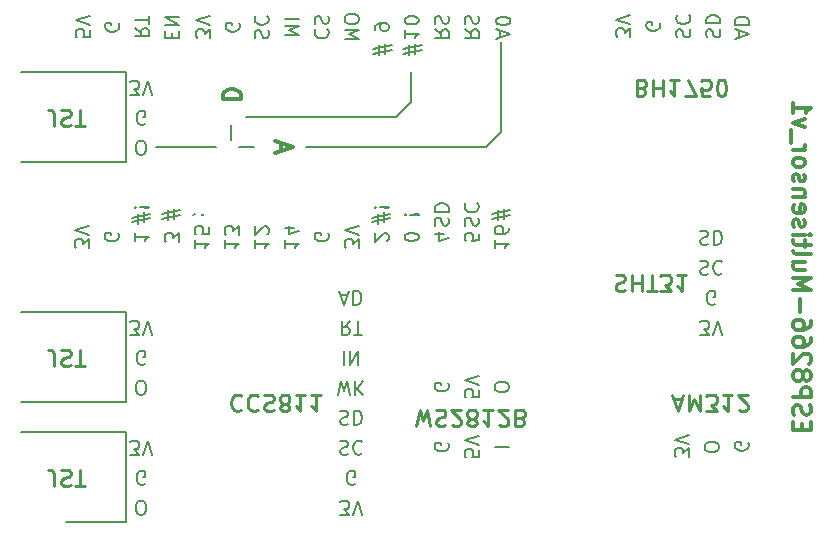
<source format=gbo>
G04 #@! TF.GenerationSoftware,KiCad,Pcbnew,(5.0.0)*
G04 #@! TF.CreationDate,2020-04-22T19:14:28+02:00*
G04 #@! TF.ProjectId,Homesensor,486F6D6573656E736F722E6B69636164,rev?*
G04 #@! TF.SameCoordinates,Original*
G04 #@! TF.FileFunction,Legend,Bot*
G04 #@! TF.FilePolarity,Positive*
%FSLAX46Y46*%
G04 Gerber Fmt 4.6, Leading zero omitted, Abs format (unit mm)*
G04 Created by KiCad (PCBNEW (5.0.0)) date 04/22/20 19:14:28*
%MOMM*%
%LPD*%
G01*
G04 APERTURE LIST*
%ADD10C,0.300000*%
%ADD11C,0.200000*%
%ADD12C,0.250000*%
G04 APERTURE END LIST*
D10*
X139807142Y-90021428D02*
X139807142Y-89521428D01*
X139021428Y-89307142D02*
X139021428Y-90021428D01*
X140521428Y-90021428D01*
X140521428Y-89307142D01*
X139092857Y-88735714D02*
X139021428Y-88521428D01*
X139021428Y-88164285D01*
X139092857Y-88021428D01*
X139164285Y-87950000D01*
X139307142Y-87878571D01*
X139450000Y-87878571D01*
X139592857Y-87950000D01*
X139664285Y-88021428D01*
X139735714Y-88164285D01*
X139807142Y-88450000D01*
X139878571Y-88592857D01*
X139950000Y-88664285D01*
X140092857Y-88735714D01*
X140235714Y-88735714D01*
X140378571Y-88664285D01*
X140450000Y-88592857D01*
X140521428Y-88450000D01*
X140521428Y-88092857D01*
X140450000Y-87878571D01*
X139021428Y-87235714D02*
X140521428Y-87235714D01*
X140521428Y-86664285D01*
X140450000Y-86521428D01*
X140378571Y-86450000D01*
X140235714Y-86378571D01*
X140021428Y-86378571D01*
X139878571Y-86450000D01*
X139807142Y-86521428D01*
X139735714Y-86664285D01*
X139735714Y-87235714D01*
X139878571Y-85521428D02*
X139950000Y-85664285D01*
X140021428Y-85735714D01*
X140164285Y-85807142D01*
X140235714Y-85807142D01*
X140378571Y-85735714D01*
X140450000Y-85664285D01*
X140521428Y-85521428D01*
X140521428Y-85235714D01*
X140450000Y-85092857D01*
X140378571Y-85021428D01*
X140235714Y-84950000D01*
X140164285Y-84950000D01*
X140021428Y-85021428D01*
X139950000Y-85092857D01*
X139878571Y-85235714D01*
X139878571Y-85521428D01*
X139807142Y-85664285D01*
X139735714Y-85735714D01*
X139592857Y-85807142D01*
X139307142Y-85807142D01*
X139164285Y-85735714D01*
X139092857Y-85664285D01*
X139021428Y-85521428D01*
X139021428Y-85235714D01*
X139092857Y-85092857D01*
X139164285Y-85021428D01*
X139307142Y-84950000D01*
X139592857Y-84950000D01*
X139735714Y-85021428D01*
X139807142Y-85092857D01*
X139878571Y-85235714D01*
X140378571Y-84378571D02*
X140450000Y-84307142D01*
X140521428Y-84164285D01*
X140521428Y-83807142D01*
X140450000Y-83664285D01*
X140378571Y-83592857D01*
X140235714Y-83521428D01*
X140092857Y-83521428D01*
X139878571Y-83592857D01*
X139021428Y-84450000D01*
X139021428Y-83521428D01*
X140521428Y-82235714D02*
X140521428Y-82521428D01*
X140450000Y-82664285D01*
X140378571Y-82735714D01*
X140164285Y-82878571D01*
X139878571Y-82950000D01*
X139307142Y-82950000D01*
X139164285Y-82878571D01*
X139092857Y-82807142D01*
X139021428Y-82664285D01*
X139021428Y-82378571D01*
X139092857Y-82235714D01*
X139164285Y-82164285D01*
X139307142Y-82092857D01*
X139664285Y-82092857D01*
X139807142Y-82164285D01*
X139878571Y-82235714D01*
X139950000Y-82378571D01*
X139950000Y-82664285D01*
X139878571Y-82807142D01*
X139807142Y-82878571D01*
X139664285Y-82950000D01*
X140521428Y-80807142D02*
X140521428Y-81092857D01*
X140450000Y-81235714D01*
X140378571Y-81307142D01*
X140164285Y-81450000D01*
X139878571Y-81521428D01*
X139307142Y-81521428D01*
X139164285Y-81450000D01*
X139092857Y-81378571D01*
X139021428Y-81235714D01*
X139021428Y-80950000D01*
X139092857Y-80807142D01*
X139164285Y-80735714D01*
X139307142Y-80664285D01*
X139664285Y-80664285D01*
X139807142Y-80735714D01*
X139878571Y-80807142D01*
X139950000Y-80950000D01*
X139950000Y-81235714D01*
X139878571Y-81378571D01*
X139807142Y-81450000D01*
X139664285Y-81521428D01*
X139592857Y-80021428D02*
X139592857Y-78878571D01*
X139021428Y-78164285D02*
X140521428Y-78164285D01*
X139450000Y-77664285D01*
X140521428Y-77164285D01*
X139021428Y-77164285D01*
X140021428Y-75807142D02*
X139021428Y-75807142D01*
X140021428Y-76450000D02*
X139235714Y-76450000D01*
X139092857Y-76378571D01*
X139021428Y-76235714D01*
X139021428Y-76021428D01*
X139092857Y-75878571D01*
X139164285Y-75807142D01*
X139021428Y-74878571D02*
X139092857Y-75021428D01*
X139235714Y-75092857D01*
X140521428Y-75092857D01*
X140021428Y-74521428D02*
X140021428Y-73950000D01*
X140521428Y-74307142D02*
X139235714Y-74307142D01*
X139092857Y-74235714D01*
X139021428Y-74092857D01*
X139021428Y-73950000D01*
X139021428Y-73450000D02*
X140021428Y-73450000D01*
X140521428Y-73450000D02*
X140450000Y-73521428D01*
X140378571Y-73450000D01*
X140450000Y-73378571D01*
X140521428Y-73450000D01*
X140378571Y-73450000D01*
X139092857Y-72807142D02*
X139021428Y-72664285D01*
X139021428Y-72378571D01*
X139092857Y-72235714D01*
X139235714Y-72164285D01*
X139307142Y-72164285D01*
X139450000Y-72235714D01*
X139521428Y-72378571D01*
X139521428Y-72592857D01*
X139592857Y-72735714D01*
X139735714Y-72807142D01*
X139807142Y-72807142D01*
X139950000Y-72735714D01*
X140021428Y-72592857D01*
X140021428Y-72378571D01*
X139950000Y-72235714D01*
X139092857Y-70950000D02*
X139021428Y-71092857D01*
X139021428Y-71378571D01*
X139092857Y-71521428D01*
X139235714Y-71592857D01*
X139807142Y-71592857D01*
X139950000Y-71521428D01*
X140021428Y-71378571D01*
X140021428Y-71092857D01*
X139950000Y-70950000D01*
X139807142Y-70878571D01*
X139664285Y-70878571D01*
X139521428Y-71592857D01*
X140021428Y-70235714D02*
X139021428Y-70235714D01*
X139878571Y-70235714D02*
X139950000Y-70164285D01*
X140021428Y-70021428D01*
X140021428Y-69807142D01*
X139950000Y-69664285D01*
X139807142Y-69592857D01*
X139021428Y-69592857D01*
X139092857Y-68950000D02*
X139021428Y-68807142D01*
X139021428Y-68521428D01*
X139092857Y-68378571D01*
X139235714Y-68307142D01*
X139307142Y-68307142D01*
X139450000Y-68378571D01*
X139521428Y-68521428D01*
X139521428Y-68735714D01*
X139592857Y-68878571D01*
X139735714Y-68950000D01*
X139807142Y-68950000D01*
X139950000Y-68878571D01*
X140021428Y-68735714D01*
X140021428Y-68521428D01*
X139950000Y-68378571D01*
X139021428Y-67450000D02*
X139092857Y-67592857D01*
X139164285Y-67664285D01*
X139307142Y-67735714D01*
X139735714Y-67735714D01*
X139878571Y-67664285D01*
X139950000Y-67592857D01*
X140021428Y-67450000D01*
X140021428Y-67235714D01*
X139950000Y-67092857D01*
X139878571Y-67021428D01*
X139735714Y-66950000D01*
X139307142Y-66950000D01*
X139164285Y-67021428D01*
X139092857Y-67092857D01*
X139021428Y-67235714D01*
X139021428Y-67450000D01*
X139021428Y-66307142D02*
X140021428Y-66307142D01*
X139735714Y-66307142D02*
X139878571Y-66235714D01*
X139950000Y-66164285D01*
X140021428Y-66021428D01*
X140021428Y-65878571D01*
X138878571Y-65735714D02*
X138878571Y-64592857D01*
X140021428Y-64378571D02*
X139021428Y-64021428D01*
X140021428Y-63664285D01*
X139021428Y-62307142D02*
X139021428Y-63164285D01*
X139021428Y-62735714D02*
X140521428Y-62735714D01*
X140307142Y-62878571D01*
X140164285Y-63021428D01*
X140092857Y-63164285D01*
D11*
X86445714Y-56765714D02*
X86445714Y-56365714D01*
X85817142Y-56194285D02*
X85817142Y-56765714D01*
X87017142Y-56765714D01*
X87017142Y-56194285D01*
X85817142Y-55680000D02*
X87017142Y-55680000D01*
X85817142Y-54994285D01*
X87017142Y-54994285D01*
X83277142Y-55965714D02*
X83848571Y-56365714D01*
X83277142Y-56651428D02*
X84477142Y-56651428D01*
X84477142Y-56194285D01*
X84420000Y-56080000D01*
X84362857Y-56022857D01*
X84248571Y-55965714D01*
X84077142Y-55965714D01*
X83962857Y-56022857D01*
X83905714Y-56080000D01*
X83848571Y-56194285D01*
X83848571Y-56651428D01*
X84477142Y-55622857D02*
X84477142Y-54937142D01*
X83277142Y-55280000D02*
X84477142Y-55280000D01*
X111217142Y-56080000D02*
X111788571Y-56480000D01*
X111217142Y-56765714D02*
X112417142Y-56765714D01*
X112417142Y-56308571D01*
X112360000Y-56194285D01*
X112302857Y-56137142D01*
X112188571Y-56080000D01*
X112017142Y-56080000D01*
X111902857Y-56137142D01*
X111845714Y-56194285D01*
X111788571Y-56308571D01*
X111788571Y-56765714D01*
X111274285Y-55622857D02*
X111217142Y-55451428D01*
X111217142Y-55165714D01*
X111274285Y-55051428D01*
X111331428Y-54994285D01*
X111445714Y-54937142D01*
X111560000Y-54937142D01*
X111674285Y-54994285D01*
X111731428Y-55051428D01*
X111788571Y-55165714D01*
X111845714Y-55394285D01*
X111902857Y-55508571D01*
X111960000Y-55565714D01*
X112074285Y-55622857D01*
X112188571Y-55622857D01*
X112302857Y-55565714D01*
X112360000Y-55508571D01*
X112417142Y-55394285D01*
X112417142Y-55108571D01*
X112360000Y-54937142D01*
X108677142Y-56080000D02*
X109248571Y-56480000D01*
X108677142Y-56765714D02*
X109877142Y-56765714D01*
X109877142Y-56308571D01*
X109820000Y-56194285D01*
X109762857Y-56137142D01*
X109648571Y-56080000D01*
X109477142Y-56080000D01*
X109362857Y-56137142D01*
X109305714Y-56194285D01*
X109248571Y-56308571D01*
X109248571Y-56765714D01*
X108734285Y-55622857D02*
X108677142Y-55451428D01*
X108677142Y-55165714D01*
X108734285Y-55051428D01*
X108791428Y-54994285D01*
X108905714Y-54937142D01*
X109020000Y-54937142D01*
X109134285Y-54994285D01*
X109191428Y-55051428D01*
X109248571Y-55165714D01*
X109305714Y-55394285D01*
X109362857Y-55508571D01*
X109420000Y-55565714D01*
X109534285Y-55622857D01*
X109648571Y-55622857D01*
X109762857Y-55565714D01*
X109820000Y-55508571D01*
X109877142Y-55394285D01*
X109877142Y-55108571D01*
X109820000Y-54937142D01*
X101057142Y-56908571D02*
X102257142Y-56908571D01*
X101400000Y-56508571D01*
X102257142Y-56108571D01*
X101057142Y-56108571D01*
X102257142Y-55308571D02*
X102257142Y-55080000D01*
X102200000Y-54965714D01*
X102085714Y-54851428D01*
X101857142Y-54794285D01*
X101457142Y-54794285D01*
X101228571Y-54851428D01*
X101114285Y-54965714D01*
X101057142Y-55080000D01*
X101057142Y-55308571D01*
X101114285Y-55422857D01*
X101228571Y-55537142D01*
X101457142Y-55594285D01*
X101857142Y-55594285D01*
X102085714Y-55537142D01*
X102200000Y-55422857D01*
X102257142Y-55308571D01*
X98631428Y-56080000D02*
X98574285Y-56137142D01*
X98517142Y-56308571D01*
X98517142Y-56422857D01*
X98574285Y-56594285D01*
X98688571Y-56708571D01*
X98802857Y-56765714D01*
X99031428Y-56822857D01*
X99202857Y-56822857D01*
X99431428Y-56765714D01*
X99545714Y-56708571D01*
X99660000Y-56594285D01*
X99717142Y-56422857D01*
X99717142Y-56308571D01*
X99660000Y-56137142D01*
X99602857Y-56080000D01*
X98574285Y-55622857D02*
X98517142Y-55451428D01*
X98517142Y-55165714D01*
X98574285Y-55051428D01*
X98631428Y-54994285D01*
X98745714Y-54937142D01*
X98860000Y-54937142D01*
X98974285Y-54994285D01*
X99031428Y-55051428D01*
X99088571Y-55165714D01*
X99145714Y-55394285D01*
X99202857Y-55508571D01*
X99260000Y-55565714D01*
X99374285Y-55622857D01*
X99488571Y-55622857D01*
X99602857Y-55565714D01*
X99660000Y-55508571D01*
X99717142Y-55394285D01*
X99717142Y-55108571D01*
X99660000Y-54937142D01*
X95977142Y-56565714D02*
X97177142Y-56565714D01*
X96320000Y-56165714D01*
X97177142Y-55765714D01*
X95977142Y-55765714D01*
X95977142Y-55194285D02*
X97177142Y-55194285D01*
X93494285Y-56822857D02*
X93437142Y-56651428D01*
X93437142Y-56365714D01*
X93494285Y-56251428D01*
X93551428Y-56194285D01*
X93665714Y-56137142D01*
X93780000Y-56137142D01*
X93894285Y-56194285D01*
X93951428Y-56251428D01*
X94008571Y-56365714D01*
X94065714Y-56594285D01*
X94122857Y-56708571D01*
X94180000Y-56765714D01*
X94294285Y-56822857D01*
X94408571Y-56822857D01*
X94522857Y-56765714D01*
X94580000Y-56708571D01*
X94637142Y-56594285D01*
X94637142Y-56308571D01*
X94580000Y-56137142D01*
X93551428Y-54937142D02*
X93494285Y-54994285D01*
X93437142Y-55165714D01*
X93437142Y-55280000D01*
X93494285Y-55451428D01*
X93608571Y-55565714D01*
X93722857Y-55622857D01*
X93951428Y-55680000D01*
X94122857Y-55680000D01*
X94351428Y-55622857D01*
X94465714Y-55565714D01*
X94580000Y-55451428D01*
X94637142Y-55280000D01*
X94637142Y-55165714D01*
X94580000Y-54994285D01*
X94522857Y-54937142D01*
X114300000Y-59690000D02*
X114300000Y-57150000D01*
X114300000Y-64770000D02*
X114300000Y-59690000D01*
X113030000Y-66040000D02*
X114300000Y-64770000D01*
X97790000Y-66040000D02*
X113030000Y-66040000D01*
X106680000Y-62230000D02*
X106680000Y-59690000D01*
X105410000Y-63500000D02*
X106680000Y-62230000D01*
X92710000Y-63500000D02*
X105410000Y-63500000D01*
X82550000Y-67310000D02*
X73660000Y-67310000D01*
X82550000Y-67310000D02*
X82550000Y-59690000D01*
X73660000Y-59690000D02*
X82550000Y-59690000D01*
X82550000Y-97790000D02*
X77470000Y-97790000D01*
X82550000Y-97790000D02*
X82550000Y-90170000D01*
X73660000Y-90170000D02*
X82550000Y-90170000D01*
X82550000Y-87630000D02*
X73660000Y-87630000D01*
X82550000Y-87630000D02*
X82550000Y-80010000D01*
X82550000Y-80010000D02*
X73660000Y-80010000D01*
D12*
X92316666Y-87130000D02*
X92250000Y-87063333D01*
X92050000Y-86996666D01*
X91916666Y-86996666D01*
X91716666Y-87063333D01*
X91583333Y-87196666D01*
X91516666Y-87330000D01*
X91450000Y-87596666D01*
X91450000Y-87796666D01*
X91516666Y-88063333D01*
X91583333Y-88196666D01*
X91716666Y-88330000D01*
X91916666Y-88396666D01*
X92050000Y-88396666D01*
X92250000Y-88330000D01*
X92316666Y-88263333D01*
X93716666Y-87130000D02*
X93650000Y-87063333D01*
X93450000Y-86996666D01*
X93316666Y-86996666D01*
X93116666Y-87063333D01*
X92983333Y-87196666D01*
X92916666Y-87330000D01*
X92850000Y-87596666D01*
X92850000Y-87796666D01*
X92916666Y-88063333D01*
X92983333Y-88196666D01*
X93116666Y-88330000D01*
X93316666Y-88396666D01*
X93450000Y-88396666D01*
X93650000Y-88330000D01*
X93716666Y-88263333D01*
X94250000Y-87063333D02*
X94450000Y-86996666D01*
X94783333Y-86996666D01*
X94916666Y-87063333D01*
X94983333Y-87130000D01*
X95050000Y-87263333D01*
X95050000Y-87396666D01*
X94983333Y-87530000D01*
X94916666Y-87596666D01*
X94783333Y-87663333D01*
X94516666Y-87730000D01*
X94383333Y-87796666D01*
X94316666Y-87863333D01*
X94250000Y-87996666D01*
X94250000Y-88130000D01*
X94316666Y-88263333D01*
X94383333Y-88330000D01*
X94516666Y-88396666D01*
X94850000Y-88396666D01*
X95050000Y-88330000D01*
X95850000Y-87796666D02*
X95716666Y-87863333D01*
X95650000Y-87930000D01*
X95583333Y-88063333D01*
X95583333Y-88130000D01*
X95650000Y-88263333D01*
X95716666Y-88330000D01*
X95850000Y-88396666D01*
X96116666Y-88396666D01*
X96250000Y-88330000D01*
X96316666Y-88263333D01*
X96383333Y-88130000D01*
X96383333Y-88063333D01*
X96316666Y-87930000D01*
X96250000Y-87863333D01*
X96116666Y-87796666D01*
X95850000Y-87796666D01*
X95716666Y-87730000D01*
X95650000Y-87663333D01*
X95583333Y-87530000D01*
X95583333Y-87263333D01*
X95650000Y-87130000D01*
X95716666Y-87063333D01*
X95850000Y-86996666D01*
X96116666Y-86996666D01*
X96250000Y-87063333D01*
X96316666Y-87130000D01*
X96383333Y-87263333D01*
X96383333Y-87530000D01*
X96316666Y-87663333D01*
X96250000Y-87730000D01*
X96116666Y-87796666D01*
X97716666Y-86996666D02*
X96916666Y-86996666D01*
X97316666Y-86996666D02*
X97316666Y-88396666D01*
X97183333Y-88196666D01*
X97050000Y-88063333D01*
X96916666Y-87996666D01*
X99050000Y-86996666D02*
X98250000Y-86996666D01*
X98650000Y-86996666D02*
X98650000Y-88396666D01*
X98516666Y-88196666D01*
X98383333Y-88063333D01*
X98250000Y-87996666D01*
X107126666Y-89666666D02*
X107460000Y-88266666D01*
X107726666Y-89266666D01*
X107993333Y-88266666D01*
X108326666Y-89666666D01*
X108793333Y-88333333D02*
X108993333Y-88266666D01*
X109326666Y-88266666D01*
X109460000Y-88333333D01*
X109526666Y-88400000D01*
X109593333Y-88533333D01*
X109593333Y-88666666D01*
X109526666Y-88800000D01*
X109460000Y-88866666D01*
X109326666Y-88933333D01*
X109060000Y-89000000D01*
X108926666Y-89066666D01*
X108860000Y-89133333D01*
X108793333Y-89266666D01*
X108793333Y-89400000D01*
X108860000Y-89533333D01*
X108926666Y-89600000D01*
X109060000Y-89666666D01*
X109393333Y-89666666D01*
X109593333Y-89600000D01*
X110126666Y-89533333D02*
X110193333Y-89600000D01*
X110326666Y-89666666D01*
X110660000Y-89666666D01*
X110793333Y-89600000D01*
X110860000Y-89533333D01*
X110926666Y-89400000D01*
X110926666Y-89266666D01*
X110860000Y-89066666D01*
X110060000Y-88266666D01*
X110926666Y-88266666D01*
X111726666Y-89066666D02*
X111593333Y-89133333D01*
X111526666Y-89200000D01*
X111460000Y-89333333D01*
X111460000Y-89400000D01*
X111526666Y-89533333D01*
X111593333Y-89600000D01*
X111726666Y-89666666D01*
X111993333Y-89666666D01*
X112126666Y-89600000D01*
X112193333Y-89533333D01*
X112260000Y-89400000D01*
X112260000Y-89333333D01*
X112193333Y-89200000D01*
X112126666Y-89133333D01*
X111993333Y-89066666D01*
X111726666Y-89066666D01*
X111593333Y-89000000D01*
X111526666Y-88933333D01*
X111460000Y-88800000D01*
X111460000Y-88533333D01*
X111526666Y-88400000D01*
X111593333Y-88333333D01*
X111726666Y-88266666D01*
X111993333Y-88266666D01*
X112126666Y-88333333D01*
X112193333Y-88400000D01*
X112260000Y-88533333D01*
X112260000Y-88800000D01*
X112193333Y-88933333D01*
X112126666Y-89000000D01*
X111993333Y-89066666D01*
X113593333Y-88266666D02*
X112793333Y-88266666D01*
X113193333Y-88266666D02*
X113193333Y-89666666D01*
X113060000Y-89466666D01*
X112926666Y-89333333D01*
X112793333Y-89266666D01*
X114126666Y-89533333D02*
X114193333Y-89600000D01*
X114326666Y-89666666D01*
X114660000Y-89666666D01*
X114793333Y-89600000D01*
X114860000Y-89533333D01*
X114926666Y-89400000D01*
X114926666Y-89266666D01*
X114860000Y-89066666D01*
X114060000Y-88266666D01*
X114926666Y-88266666D01*
X115993333Y-89000000D02*
X116193333Y-88933333D01*
X116259999Y-88866666D01*
X116326666Y-88733333D01*
X116326666Y-88533333D01*
X116259999Y-88400000D01*
X116193333Y-88333333D01*
X116059999Y-88266666D01*
X115526666Y-88266666D01*
X115526666Y-89666666D01*
X115993333Y-89666666D01*
X116126666Y-89600000D01*
X116193333Y-89533333D01*
X116259999Y-89400000D01*
X116259999Y-89266666D01*
X116193333Y-89133333D01*
X116126666Y-89066666D01*
X115993333Y-89000000D01*
X115526666Y-89000000D01*
X128946666Y-87396666D02*
X129613333Y-87396666D01*
X128813333Y-86996666D02*
X129280000Y-88396666D01*
X129746666Y-86996666D01*
X130213333Y-86996666D02*
X130213333Y-88396666D01*
X130680000Y-87396666D01*
X131146666Y-88396666D01*
X131146666Y-86996666D01*
X131680000Y-88396666D02*
X132546666Y-88396666D01*
X132080000Y-87863333D01*
X132280000Y-87863333D01*
X132413333Y-87796666D01*
X132480000Y-87730000D01*
X132546666Y-87596666D01*
X132546666Y-87263333D01*
X132480000Y-87130000D01*
X132413333Y-87063333D01*
X132280000Y-86996666D01*
X131880000Y-86996666D01*
X131746666Y-87063333D01*
X131680000Y-87130000D01*
X133880000Y-86996666D02*
X133080000Y-86996666D01*
X133480000Y-86996666D02*
X133480000Y-88396666D01*
X133346666Y-88196666D01*
X133213333Y-88063333D01*
X133080000Y-87996666D01*
X134413333Y-88263333D02*
X134480000Y-88330000D01*
X134613333Y-88396666D01*
X134946666Y-88396666D01*
X135080000Y-88330000D01*
X135146666Y-88263333D01*
X135213333Y-88130000D01*
X135213333Y-87996666D01*
X135146666Y-87796666D01*
X134346666Y-86996666D01*
X135213333Y-86996666D01*
X124000000Y-76903333D02*
X124200000Y-76836666D01*
X124533333Y-76836666D01*
X124666666Y-76903333D01*
X124733333Y-76970000D01*
X124800000Y-77103333D01*
X124800000Y-77236666D01*
X124733333Y-77370000D01*
X124666666Y-77436666D01*
X124533333Y-77503333D01*
X124266666Y-77570000D01*
X124133333Y-77636666D01*
X124066666Y-77703333D01*
X124000000Y-77836666D01*
X124000000Y-77970000D01*
X124066666Y-78103333D01*
X124133333Y-78170000D01*
X124266666Y-78236666D01*
X124600000Y-78236666D01*
X124800000Y-78170000D01*
X125400000Y-76836666D02*
X125400000Y-78236666D01*
X125400000Y-77570000D02*
X126200000Y-77570000D01*
X126200000Y-76836666D02*
X126200000Y-78236666D01*
X126666666Y-78236666D02*
X127466666Y-78236666D01*
X127066666Y-76836666D02*
X127066666Y-78236666D01*
X127800000Y-78236666D02*
X128666666Y-78236666D01*
X128200000Y-77703333D01*
X128400000Y-77703333D01*
X128533333Y-77636666D01*
X128600000Y-77570000D01*
X128666666Y-77436666D01*
X128666666Y-77103333D01*
X128600000Y-76970000D01*
X128533333Y-76903333D01*
X128400000Y-76836666D01*
X128000000Y-76836666D01*
X127866666Y-76903333D01*
X127800000Y-76970000D01*
X130000000Y-76836666D02*
X129200000Y-76836666D01*
X129600000Y-76836666D02*
X129600000Y-78236666D01*
X129466666Y-78036666D01*
X129333333Y-77903333D01*
X129200000Y-77836666D01*
X126240000Y-61060000D02*
X126440000Y-60993333D01*
X126506666Y-60926666D01*
X126573333Y-60793333D01*
X126573333Y-60593333D01*
X126506666Y-60460000D01*
X126440000Y-60393333D01*
X126306666Y-60326666D01*
X125773333Y-60326666D01*
X125773333Y-61726666D01*
X126240000Y-61726666D01*
X126373333Y-61660000D01*
X126440000Y-61593333D01*
X126506666Y-61460000D01*
X126506666Y-61326666D01*
X126440000Y-61193333D01*
X126373333Y-61126666D01*
X126240000Y-61060000D01*
X125773333Y-61060000D01*
X127173333Y-60326666D02*
X127173333Y-61726666D01*
X127173333Y-61060000D02*
X127973333Y-61060000D01*
X127973333Y-60326666D02*
X127973333Y-61726666D01*
X129373333Y-60326666D02*
X128573333Y-60326666D01*
X128973333Y-60326666D02*
X128973333Y-61726666D01*
X128840000Y-61526666D01*
X128706666Y-61393333D01*
X128573333Y-61326666D01*
X129840000Y-61726666D02*
X130773333Y-61726666D01*
X130173333Y-60326666D01*
X131973333Y-61726666D02*
X131306666Y-61726666D01*
X131240000Y-61060000D01*
X131306666Y-61126666D01*
X131440000Y-61193333D01*
X131773333Y-61193333D01*
X131906666Y-61126666D01*
X131973333Y-61060000D01*
X132040000Y-60926666D01*
X132040000Y-60593333D01*
X131973333Y-60460000D01*
X131906666Y-60393333D01*
X131773333Y-60326666D01*
X131440000Y-60326666D01*
X131306666Y-60393333D01*
X131240000Y-60460000D01*
X132906666Y-61726666D02*
X133040000Y-61726666D01*
X133173333Y-61660000D01*
X133240000Y-61593333D01*
X133306666Y-61460000D01*
X133373333Y-61193333D01*
X133373333Y-60860000D01*
X133306666Y-60593333D01*
X133240000Y-60460000D01*
X133173333Y-60393333D01*
X133040000Y-60326666D01*
X132906666Y-60326666D01*
X132773333Y-60393333D01*
X132706666Y-60460000D01*
X132640000Y-60593333D01*
X132573333Y-60860000D01*
X132573333Y-61193333D01*
X132640000Y-61460000D01*
X132706666Y-61593333D01*
X132773333Y-61660000D01*
X132906666Y-61726666D01*
X76470000Y-64266666D02*
X76470000Y-63266666D01*
X76403333Y-63066666D01*
X76270000Y-62933333D01*
X76070000Y-62866666D01*
X75936666Y-62866666D01*
X77070000Y-62933333D02*
X77270000Y-62866666D01*
X77603333Y-62866666D01*
X77736666Y-62933333D01*
X77803333Y-63000000D01*
X77870000Y-63133333D01*
X77870000Y-63266666D01*
X77803333Y-63400000D01*
X77736666Y-63466666D01*
X77603333Y-63533333D01*
X77336666Y-63600000D01*
X77203333Y-63666666D01*
X77136666Y-63733333D01*
X77070000Y-63866666D01*
X77070000Y-64000000D01*
X77136666Y-64133333D01*
X77203333Y-64200000D01*
X77336666Y-64266666D01*
X77670000Y-64266666D01*
X77870000Y-64200000D01*
X78270000Y-64266666D02*
X79070000Y-64266666D01*
X78670000Y-62866666D02*
X78670000Y-64266666D01*
X76470000Y-84586666D02*
X76470000Y-83586666D01*
X76403333Y-83386666D01*
X76270000Y-83253333D01*
X76070000Y-83186666D01*
X75936666Y-83186666D01*
X77070000Y-83253333D02*
X77270000Y-83186666D01*
X77603333Y-83186666D01*
X77736666Y-83253333D01*
X77803333Y-83320000D01*
X77870000Y-83453333D01*
X77870000Y-83586666D01*
X77803333Y-83720000D01*
X77736666Y-83786666D01*
X77603333Y-83853333D01*
X77336666Y-83920000D01*
X77203333Y-83986666D01*
X77136666Y-84053333D01*
X77070000Y-84186666D01*
X77070000Y-84320000D01*
X77136666Y-84453333D01*
X77203333Y-84520000D01*
X77336666Y-84586666D01*
X77670000Y-84586666D01*
X77870000Y-84520000D01*
X78270000Y-84586666D02*
X79070000Y-84586666D01*
X78670000Y-83186666D02*
X78670000Y-84586666D01*
X76470000Y-94746666D02*
X76470000Y-93746666D01*
X76403333Y-93546666D01*
X76270000Y-93413333D01*
X76070000Y-93346666D01*
X75936666Y-93346666D01*
X77070000Y-93413333D02*
X77270000Y-93346666D01*
X77603333Y-93346666D01*
X77736666Y-93413333D01*
X77803333Y-93480000D01*
X77870000Y-93613333D01*
X77870000Y-93746666D01*
X77803333Y-93880000D01*
X77736666Y-93946666D01*
X77603333Y-94013333D01*
X77336666Y-94080000D01*
X77203333Y-94146666D01*
X77136666Y-94213333D01*
X77070000Y-94346666D01*
X77070000Y-94480000D01*
X77136666Y-94613333D01*
X77203333Y-94680000D01*
X77336666Y-94746666D01*
X77670000Y-94746666D01*
X77870000Y-94680000D01*
X78270000Y-94746666D02*
X79070000Y-94746666D01*
X78670000Y-93346666D02*
X78670000Y-94746666D01*
D11*
X100714285Y-78540000D02*
X101285714Y-78540000D01*
X100600000Y-78197142D02*
X101000000Y-79397142D01*
X101400000Y-78197142D01*
X101800000Y-78197142D02*
X101800000Y-79397142D01*
X102085714Y-79397142D01*
X102257142Y-79340000D01*
X102371428Y-79225714D01*
X102428571Y-79111428D01*
X102485714Y-78882857D01*
X102485714Y-78711428D01*
X102428571Y-78482857D01*
X102371428Y-78368571D01*
X102257142Y-78254285D01*
X102085714Y-78197142D01*
X101800000Y-78197142D01*
X101514285Y-80737142D02*
X101114285Y-81308571D01*
X100828571Y-80737142D02*
X100828571Y-81937142D01*
X101285714Y-81937142D01*
X101400000Y-81880000D01*
X101457142Y-81822857D01*
X101514285Y-81708571D01*
X101514285Y-81537142D01*
X101457142Y-81422857D01*
X101400000Y-81365714D01*
X101285714Y-81308571D01*
X100828571Y-81308571D01*
X101857142Y-81937142D02*
X102542857Y-81937142D01*
X102200000Y-80737142D02*
X102200000Y-81937142D01*
X100971428Y-83277142D02*
X100971428Y-84477142D01*
X101542857Y-83277142D02*
X101542857Y-84477142D01*
X102228571Y-83277142D01*
X102228571Y-84477142D01*
X134420000Y-56765714D02*
X134420000Y-56194285D01*
X134077142Y-56880000D02*
X135277142Y-56480000D01*
X134077142Y-56080000D01*
X134077142Y-55680000D02*
X135277142Y-55680000D01*
X135277142Y-55394285D01*
X135220000Y-55222857D01*
X135105714Y-55108571D01*
X134991428Y-55051428D01*
X134762857Y-54994285D01*
X134591428Y-54994285D01*
X134362857Y-55051428D01*
X134248571Y-55108571D01*
X134134285Y-55222857D01*
X134077142Y-55394285D01*
X134077142Y-55680000D01*
X90170000Y-66040000D02*
X85090000Y-66040000D01*
D10*
X95635000Y-66397142D02*
X95635000Y-65682857D01*
X95206428Y-66540000D02*
X96706428Y-66040000D01*
X95206428Y-65540000D01*
X90761428Y-61987857D02*
X92261428Y-61987857D01*
X92261428Y-61630714D01*
X92190000Y-61416428D01*
X92047142Y-61273571D01*
X91904285Y-61202142D01*
X91618571Y-61130714D01*
X91404285Y-61130714D01*
X91118571Y-61202142D01*
X90975714Y-61273571D01*
X90832857Y-61416428D01*
X90761428Y-61630714D01*
X90761428Y-61987857D01*
D11*
X92075000Y-66040000D02*
X93345000Y-66040000D01*
X91440000Y-64135000D02*
X91440000Y-65405000D01*
X132394285Y-79340000D02*
X132280000Y-79397142D01*
X132108571Y-79397142D01*
X131937142Y-79340000D01*
X131822857Y-79225714D01*
X131765714Y-79111428D01*
X131708571Y-78882857D01*
X131708571Y-78711428D01*
X131765714Y-78482857D01*
X131822857Y-78368571D01*
X131937142Y-78254285D01*
X132108571Y-78197142D01*
X132222857Y-78197142D01*
X132394285Y-78254285D01*
X132451428Y-78311428D01*
X132451428Y-78711428D01*
X132222857Y-78711428D01*
X114221955Y-56746008D02*
X114221955Y-56174580D01*
X113879097Y-56860294D02*
X115079097Y-56460294D01*
X113879097Y-56060294D01*
X115079097Y-55431723D02*
X115079097Y-55317437D01*
X115021955Y-55203151D01*
X114964812Y-55146008D01*
X114850526Y-55088866D01*
X114621955Y-55031723D01*
X114336240Y-55031723D01*
X114107669Y-55088866D01*
X113993383Y-55146008D01*
X113936240Y-55203151D01*
X113879097Y-55317437D01*
X113879097Y-55431723D01*
X113936240Y-55546008D01*
X113993383Y-55603151D01*
X114107669Y-55660294D01*
X114336240Y-55717437D01*
X114621955Y-55717437D01*
X114850526Y-55660294D01*
X114964812Y-55603151D01*
X115021955Y-55546008D01*
X115079097Y-55431723D01*
X131165714Y-81937142D02*
X131908571Y-81937142D01*
X131508571Y-81480000D01*
X131680000Y-81480000D01*
X131794285Y-81422857D01*
X131851428Y-81365714D01*
X131908571Y-81251428D01*
X131908571Y-80965714D01*
X131851428Y-80851428D01*
X131794285Y-80794285D01*
X131680000Y-80737142D01*
X131337142Y-80737142D01*
X131222857Y-80794285D01*
X131165714Y-80851428D01*
X132251428Y-81937142D02*
X132651428Y-80737142D01*
X133051428Y-81937142D01*
X99660000Y-73345714D02*
X99717142Y-73460000D01*
X99717142Y-73631428D01*
X99660000Y-73802857D01*
X99545714Y-73917142D01*
X99431428Y-73974285D01*
X99202857Y-74031428D01*
X99031428Y-74031428D01*
X98802857Y-73974285D01*
X98688571Y-73917142D01*
X98574285Y-73802857D01*
X98517142Y-73631428D01*
X98517142Y-73517142D01*
X98574285Y-73345714D01*
X98631428Y-73288571D01*
X99031428Y-73288571D01*
X99031428Y-73517142D01*
X108734285Y-72697857D02*
X108677142Y-72526428D01*
X108677142Y-72240714D01*
X108734285Y-72126428D01*
X108791428Y-72069285D01*
X108905714Y-72012142D01*
X109020000Y-72012142D01*
X109134285Y-72069285D01*
X109191428Y-72126428D01*
X109248571Y-72240714D01*
X109305714Y-72469285D01*
X109362857Y-72583571D01*
X109420000Y-72640714D01*
X109534285Y-72697857D01*
X109648571Y-72697857D01*
X109762857Y-72640714D01*
X109820000Y-72583571D01*
X109877142Y-72469285D01*
X109877142Y-72183571D01*
X109820000Y-72012142D01*
X108677142Y-71497857D02*
X109877142Y-71497857D01*
X109877142Y-71212142D01*
X109820000Y-71040714D01*
X109705714Y-70926428D01*
X109591428Y-70869285D01*
X109362857Y-70812142D01*
X109191428Y-70812142D01*
X108962857Y-70869285D01*
X108848571Y-70926428D01*
X108734285Y-71040714D01*
X108677142Y-71212142D01*
X108677142Y-71497857D01*
X81921955Y-55574580D02*
X81979097Y-55688866D01*
X81979097Y-55860294D01*
X81921955Y-56031723D01*
X81807669Y-56146008D01*
X81693383Y-56203151D01*
X81464812Y-56260294D01*
X81293383Y-56260294D01*
X81064812Y-56203151D01*
X80950526Y-56146008D01*
X80836240Y-56031723D01*
X80779097Y-55860294D01*
X80779097Y-55746008D01*
X80836240Y-55574580D01*
X80893383Y-55517437D01*
X81293383Y-55517437D01*
X81293383Y-55746008D01*
X89679097Y-56803151D02*
X89679097Y-56060294D01*
X89221955Y-56460294D01*
X89221955Y-56288866D01*
X89164812Y-56174580D01*
X89107669Y-56117437D01*
X88993383Y-56060294D01*
X88707669Y-56060294D01*
X88593383Y-56117437D01*
X88536240Y-56174580D01*
X88479097Y-56288866D01*
X88479097Y-56631723D01*
X88536240Y-56746008D01*
X88593383Y-56803151D01*
X89679097Y-55717437D02*
X88479097Y-55317437D01*
X89679097Y-54917437D01*
X100657142Y-90954285D02*
X100828571Y-90897142D01*
X101114285Y-90897142D01*
X101228571Y-90954285D01*
X101285714Y-91011428D01*
X101342857Y-91125714D01*
X101342857Y-91240000D01*
X101285714Y-91354285D01*
X101228571Y-91411428D01*
X101114285Y-91468571D01*
X100885714Y-91525714D01*
X100771428Y-91582857D01*
X100714285Y-91640000D01*
X100657142Y-91754285D01*
X100657142Y-91868571D01*
X100714285Y-91982857D01*
X100771428Y-92040000D01*
X100885714Y-92097142D01*
X101171428Y-92097142D01*
X101342857Y-92040000D01*
X102542857Y-91011428D02*
X102485714Y-90954285D01*
X102314285Y-90897142D01*
X102200000Y-90897142D01*
X102028571Y-90954285D01*
X101914285Y-91068571D01*
X101857142Y-91182857D01*
X101800000Y-91411428D01*
X101800000Y-91582857D01*
X101857142Y-91811428D01*
X101914285Y-91925714D01*
X102028571Y-92040000D01*
X102200000Y-92097142D01*
X102314285Y-92097142D01*
X102485714Y-92040000D01*
X102542857Y-91982857D01*
X131137142Y-75714285D02*
X131308571Y-75657142D01*
X131594285Y-75657142D01*
X131708571Y-75714285D01*
X131765714Y-75771428D01*
X131822857Y-75885714D01*
X131822857Y-76000000D01*
X131765714Y-76114285D01*
X131708571Y-76171428D01*
X131594285Y-76228571D01*
X131365714Y-76285714D01*
X131251428Y-76342857D01*
X131194285Y-76400000D01*
X131137142Y-76514285D01*
X131137142Y-76628571D01*
X131194285Y-76742857D01*
X131251428Y-76800000D01*
X131365714Y-76857142D01*
X131651428Y-76857142D01*
X131822857Y-76800000D01*
X133022857Y-75771428D02*
X132965714Y-75714285D01*
X132794285Y-75657142D01*
X132680000Y-75657142D01*
X132508571Y-75714285D01*
X132394285Y-75828571D01*
X132337142Y-75942857D01*
X132280000Y-76171428D01*
X132280000Y-76342857D01*
X132337142Y-76571428D01*
X132394285Y-76685714D01*
X132508571Y-76800000D01*
X132680000Y-76857142D01*
X132794285Y-76857142D01*
X132965714Y-76800000D01*
X133022857Y-76742857D01*
X79397142Y-74574285D02*
X79397142Y-73831428D01*
X78940000Y-74231428D01*
X78940000Y-74060000D01*
X78882857Y-73945714D01*
X78825714Y-73888571D01*
X78711428Y-73831428D01*
X78425714Y-73831428D01*
X78311428Y-73888571D01*
X78254285Y-73945714D01*
X78197142Y-74060000D01*
X78197142Y-74402857D01*
X78254285Y-74517142D01*
X78311428Y-74574285D01*
X79397142Y-73488571D02*
X78197142Y-73088571D01*
X79397142Y-72688571D01*
X100657142Y-88414285D02*
X100828571Y-88357142D01*
X101114285Y-88357142D01*
X101228571Y-88414285D01*
X101285714Y-88471428D01*
X101342857Y-88585714D01*
X101342857Y-88700000D01*
X101285714Y-88814285D01*
X101228571Y-88871428D01*
X101114285Y-88928571D01*
X100885714Y-88985714D01*
X100771428Y-89042857D01*
X100714285Y-89100000D01*
X100657142Y-89214285D01*
X100657142Y-89328571D01*
X100714285Y-89442857D01*
X100771428Y-89500000D01*
X100885714Y-89557142D01*
X101171428Y-89557142D01*
X101342857Y-89500000D01*
X101857142Y-88357142D02*
X101857142Y-89557142D01*
X102142857Y-89557142D01*
X102314285Y-89500000D01*
X102428571Y-89385714D01*
X102485714Y-89271428D01*
X102542857Y-89042857D01*
X102542857Y-88871428D01*
X102485714Y-88642857D01*
X102428571Y-88528571D01*
X102314285Y-88414285D01*
X102142857Y-88357142D01*
X101857142Y-88357142D01*
X100685714Y-97177142D02*
X101428571Y-97177142D01*
X101028571Y-96720000D01*
X101200000Y-96720000D01*
X101314285Y-96662857D01*
X101371428Y-96605714D01*
X101428571Y-96491428D01*
X101428571Y-96205714D01*
X101371428Y-96091428D01*
X101314285Y-96034285D01*
X101200000Y-95977142D01*
X100857142Y-95977142D01*
X100742857Y-96034285D01*
X100685714Y-96091428D01*
X101771428Y-97177142D02*
X102171428Y-95977142D01*
X102571428Y-97177142D01*
X100485714Y-87017142D02*
X100771428Y-85817142D01*
X101000000Y-86674285D01*
X101228571Y-85817142D01*
X101514285Y-87017142D01*
X101971428Y-85817142D02*
X101971428Y-87017142D01*
X102657142Y-85817142D02*
X102142857Y-86502857D01*
X102657142Y-87017142D02*
X101971428Y-86331428D01*
X109820000Y-91125714D02*
X109877142Y-91240000D01*
X109877142Y-91411428D01*
X109820000Y-91582857D01*
X109705714Y-91697142D01*
X109591428Y-91754285D01*
X109362857Y-91811428D01*
X109191428Y-91811428D01*
X108962857Y-91754285D01*
X108848571Y-91697142D01*
X108734285Y-91582857D01*
X108677142Y-91411428D01*
X108677142Y-91297142D01*
X108734285Y-91125714D01*
X108791428Y-91068571D01*
X109191428Y-91068571D01*
X109191428Y-91297142D01*
X109820000Y-86045714D02*
X109877142Y-86160000D01*
X109877142Y-86331428D01*
X109820000Y-86502857D01*
X109705714Y-86617142D01*
X109591428Y-86674285D01*
X109362857Y-86731428D01*
X109191428Y-86731428D01*
X108962857Y-86674285D01*
X108848571Y-86617142D01*
X108734285Y-86502857D01*
X108677142Y-86331428D01*
X108677142Y-86217142D01*
X108734285Y-86045714D01*
X108791428Y-85988571D01*
X109191428Y-85988571D01*
X109191428Y-86217142D01*
X111274285Y-72697857D02*
X111217142Y-72526428D01*
X111217142Y-72240714D01*
X111274285Y-72126428D01*
X111331428Y-72069285D01*
X111445714Y-72012142D01*
X111560000Y-72012142D01*
X111674285Y-72069285D01*
X111731428Y-72126428D01*
X111788571Y-72240714D01*
X111845714Y-72469285D01*
X111902857Y-72583571D01*
X111960000Y-72640714D01*
X112074285Y-72697857D01*
X112188571Y-72697857D01*
X112302857Y-72640714D01*
X112360000Y-72583571D01*
X112417142Y-72469285D01*
X112417142Y-72183571D01*
X112360000Y-72012142D01*
X111331428Y-70812142D02*
X111274285Y-70869285D01*
X111217142Y-71040714D01*
X111217142Y-71155000D01*
X111274285Y-71326428D01*
X111388571Y-71440714D01*
X111502857Y-71497857D01*
X111731428Y-71555000D01*
X111902857Y-71555000D01*
X112131428Y-71497857D01*
X112245714Y-71440714D01*
X112360000Y-71326428D01*
X112417142Y-71155000D01*
X112417142Y-71040714D01*
X112360000Y-70869285D01*
X112302857Y-70812142D01*
X79479097Y-56117437D02*
X79479097Y-56688866D01*
X78907669Y-56746008D01*
X78964812Y-56688866D01*
X79021955Y-56574580D01*
X79021955Y-56288866D01*
X78964812Y-56174580D01*
X78907669Y-56117437D01*
X78793383Y-56060294D01*
X78507669Y-56060294D01*
X78393383Y-56117437D01*
X78336240Y-56174580D01*
X78279097Y-56288866D01*
X78279097Y-56574580D01*
X78336240Y-56688866D01*
X78393383Y-56746008D01*
X79479097Y-55717437D02*
X78279097Y-55317437D01*
X79479097Y-54917437D01*
X92121955Y-55574580D02*
X92179097Y-55688866D01*
X92179097Y-55860294D01*
X92121955Y-56031723D01*
X92007669Y-56146008D01*
X91893383Y-56203151D01*
X91664812Y-56260294D01*
X91493383Y-56260294D01*
X91264812Y-56203151D01*
X91150526Y-56146008D01*
X91036240Y-56031723D01*
X90979097Y-55860294D01*
X90979097Y-55746008D01*
X91036240Y-55574580D01*
X91093383Y-55517437D01*
X91493383Y-55517437D01*
X91493383Y-55746008D01*
X101914285Y-94580000D02*
X101800000Y-94637142D01*
X101628571Y-94637142D01*
X101457142Y-94580000D01*
X101342857Y-94465714D01*
X101285714Y-94351428D01*
X101228571Y-94122857D01*
X101228571Y-93951428D01*
X101285714Y-93722857D01*
X101342857Y-93608571D01*
X101457142Y-93494285D01*
X101628571Y-93437142D01*
X101742857Y-93437142D01*
X101914285Y-93494285D01*
X101971428Y-93551428D01*
X101971428Y-93951428D01*
X101742857Y-93951428D01*
X131137142Y-73174285D02*
X131308571Y-73117142D01*
X131594285Y-73117142D01*
X131708571Y-73174285D01*
X131765714Y-73231428D01*
X131822857Y-73345714D01*
X131822857Y-73460000D01*
X131765714Y-73574285D01*
X131708571Y-73631428D01*
X131594285Y-73688571D01*
X131365714Y-73745714D01*
X131251428Y-73802857D01*
X131194285Y-73860000D01*
X131137142Y-73974285D01*
X131137142Y-74088571D01*
X131194285Y-74202857D01*
X131251428Y-74260000D01*
X131365714Y-74317142D01*
X131651428Y-74317142D01*
X131822857Y-74260000D01*
X132337142Y-73117142D02*
X132337142Y-74317142D01*
X132622857Y-74317142D01*
X132794285Y-74260000D01*
X132908571Y-74145714D01*
X132965714Y-74031428D01*
X133022857Y-73802857D01*
X133022857Y-73631428D01*
X132965714Y-73402857D01*
X132908571Y-73288571D01*
X132794285Y-73174285D01*
X132622857Y-73117142D01*
X132337142Y-73117142D01*
X102257142Y-74574285D02*
X102257142Y-73831428D01*
X101800000Y-74231428D01*
X101800000Y-74060000D01*
X101742857Y-73945714D01*
X101685714Y-73888571D01*
X101571428Y-73831428D01*
X101285714Y-73831428D01*
X101171428Y-73888571D01*
X101114285Y-73945714D01*
X101057142Y-74060000D01*
X101057142Y-74402857D01*
X101114285Y-74517142D01*
X101171428Y-74574285D01*
X102257142Y-73488571D02*
X101057142Y-73088571D01*
X102257142Y-72688571D01*
X81880000Y-73345714D02*
X81937142Y-73460000D01*
X81937142Y-73631428D01*
X81880000Y-73802857D01*
X81765714Y-73917142D01*
X81651428Y-73974285D01*
X81422857Y-74031428D01*
X81251428Y-74031428D01*
X81022857Y-73974285D01*
X80908571Y-73917142D01*
X80794285Y-73802857D01*
X80737142Y-73631428D01*
X80737142Y-73517142D01*
X80794285Y-73345714D01*
X80851428Y-73288571D01*
X81251428Y-73288571D01*
X81251428Y-73517142D01*
X84134285Y-94580000D02*
X84020000Y-94637142D01*
X83848571Y-94637142D01*
X83677142Y-94580000D01*
X83562857Y-94465714D01*
X83505714Y-94351428D01*
X83448571Y-94122857D01*
X83448571Y-93951428D01*
X83505714Y-93722857D01*
X83562857Y-93608571D01*
X83677142Y-93494285D01*
X83848571Y-93437142D01*
X83962857Y-93437142D01*
X84134285Y-93494285D01*
X84191428Y-93551428D01*
X84191428Y-93951428D01*
X83962857Y-93951428D01*
X83705714Y-97177142D02*
X83934285Y-97177142D01*
X84048571Y-97120000D01*
X84162857Y-97005714D01*
X84220000Y-96777142D01*
X84220000Y-96377142D01*
X84162857Y-96148571D01*
X84048571Y-96034285D01*
X83934285Y-95977142D01*
X83705714Y-95977142D01*
X83591428Y-96034285D01*
X83477142Y-96148571D01*
X83420000Y-96377142D01*
X83420000Y-96777142D01*
X83477142Y-97005714D01*
X83591428Y-97120000D01*
X83705714Y-97177142D01*
X86617142Y-72126428D02*
X86617142Y-71269285D01*
X87131428Y-71783571D02*
X85588571Y-72126428D01*
X86102857Y-71383571D02*
X86102857Y-72240714D01*
X85588571Y-71726428D02*
X87131428Y-71383571D01*
X107337142Y-73717142D02*
X107337142Y-73602857D01*
X107280000Y-73488571D01*
X107222857Y-73431428D01*
X107108571Y-73374285D01*
X106880000Y-73317142D01*
X106594285Y-73317142D01*
X106365714Y-73374285D01*
X106251428Y-73431428D01*
X106194285Y-73488571D01*
X106137142Y-73602857D01*
X106137142Y-73717142D01*
X106194285Y-73831428D01*
X106251428Y-73888571D01*
X106365714Y-73945714D01*
X106594285Y-74002857D01*
X106880000Y-74002857D01*
X107108571Y-73945714D01*
X107222857Y-73888571D01*
X107280000Y-73831428D01*
X107337142Y-73717142D01*
X103597142Y-56108571D02*
X103597142Y-55880000D01*
X103654285Y-55765714D01*
X103711428Y-55708571D01*
X103882857Y-55594285D01*
X104111428Y-55537142D01*
X104568571Y-55537142D01*
X104682857Y-55594285D01*
X104740000Y-55651428D01*
X104797142Y-55765714D01*
X104797142Y-55994285D01*
X104740000Y-56108571D01*
X104682857Y-56165714D01*
X104568571Y-56222857D01*
X104282857Y-56222857D01*
X104168571Y-56165714D01*
X104111428Y-56108571D01*
X104054285Y-55994285D01*
X104054285Y-55765714D01*
X104111428Y-55651428D01*
X104168571Y-55594285D01*
X104282857Y-55537142D01*
X84134285Y-84420000D02*
X84020000Y-84477142D01*
X83848571Y-84477142D01*
X83677142Y-84420000D01*
X83562857Y-84305714D01*
X83505714Y-84191428D01*
X83448571Y-83962857D01*
X83448571Y-83791428D01*
X83505714Y-83562857D01*
X83562857Y-83448571D01*
X83677142Y-83334285D01*
X83848571Y-83277142D01*
X83962857Y-83277142D01*
X84134285Y-83334285D01*
X84191428Y-83391428D01*
X84191428Y-83791428D01*
X83962857Y-83791428D01*
X107059097Y-58156428D02*
X107059097Y-57299285D01*
X107573383Y-57813571D02*
X106030526Y-58156428D01*
X106544812Y-57413571D02*
X106544812Y-58270714D01*
X106030526Y-57756428D02*
X107573383Y-57413571D01*
X90897142Y-73888571D02*
X90897142Y-74574285D01*
X90897142Y-74231428D02*
X92097142Y-74231428D01*
X91925714Y-74345714D01*
X91811428Y-74460000D01*
X91754285Y-74574285D01*
X92097142Y-73488571D02*
X92097142Y-72745714D01*
X91640000Y-73145714D01*
X91640000Y-72974285D01*
X91582857Y-72860000D01*
X91525714Y-72802857D01*
X91411428Y-72745714D01*
X91125714Y-72745714D01*
X91011428Y-72802857D01*
X90954285Y-72860000D01*
X90897142Y-72974285D01*
X90897142Y-73317142D01*
X90954285Y-73431428D01*
X91011428Y-73488571D01*
X95977142Y-73888571D02*
X95977142Y-74574285D01*
X95977142Y-74231428D02*
X97177142Y-74231428D01*
X97005714Y-74345714D01*
X96891428Y-74460000D01*
X96834285Y-74574285D01*
X96777142Y-72860000D02*
X95977142Y-72860000D01*
X97234285Y-73145714D02*
X96377142Y-73431428D01*
X96377142Y-72688571D01*
X114557142Y-72126428D02*
X114557142Y-71269285D01*
X115071428Y-71783571D02*
X113528571Y-72126428D01*
X114042857Y-71383571D02*
X114042857Y-72240714D01*
X113528571Y-71726428D02*
X115071428Y-71383571D01*
X113757142Y-91440000D02*
X114957142Y-91440000D01*
X132737142Y-91554285D02*
X132737142Y-91325714D01*
X132680000Y-91211428D01*
X132565714Y-91097142D01*
X132337142Y-91040000D01*
X131937142Y-91040000D01*
X131708571Y-91097142D01*
X131594285Y-91211428D01*
X131537142Y-91325714D01*
X131537142Y-91554285D01*
X131594285Y-91668571D01*
X131708571Y-91782857D01*
X131937142Y-91840000D01*
X132337142Y-91840000D01*
X132565714Y-91782857D01*
X132680000Y-91668571D01*
X132737142Y-91554285D01*
X127721955Y-55504580D02*
X127779097Y-55618866D01*
X127779097Y-55790294D01*
X127721955Y-55961723D01*
X127607669Y-56076008D01*
X127493383Y-56133151D01*
X127264812Y-56190294D01*
X127093383Y-56190294D01*
X126864812Y-56133151D01*
X126750526Y-56076008D01*
X126636240Y-55961723D01*
X126579097Y-55790294D01*
X126579097Y-55676008D01*
X126636240Y-55504580D01*
X126693383Y-55447437D01*
X127093383Y-55447437D01*
X127093383Y-55676008D01*
X131716240Y-56761723D02*
X131659097Y-56590294D01*
X131659097Y-56304580D01*
X131716240Y-56190294D01*
X131773383Y-56133151D01*
X131887669Y-56076008D01*
X132001955Y-56076008D01*
X132116240Y-56133151D01*
X132173383Y-56190294D01*
X132230526Y-56304580D01*
X132287669Y-56533151D01*
X132344812Y-56647437D01*
X132401955Y-56704580D01*
X132516240Y-56761723D01*
X132630526Y-56761723D01*
X132744812Y-56704580D01*
X132801955Y-56647437D01*
X132859097Y-56533151D01*
X132859097Y-56247437D01*
X132801955Y-56076008D01*
X131659097Y-55561723D02*
X132859097Y-55561723D01*
X132859097Y-55276008D01*
X132801955Y-55104580D01*
X132687669Y-54990294D01*
X132573383Y-54933151D01*
X132344812Y-54876008D01*
X132173383Y-54876008D01*
X131944812Y-54933151D01*
X131830526Y-54990294D01*
X131716240Y-55104580D01*
X131659097Y-55276008D01*
X131659097Y-55561723D01*
X88414285Y-71697857D02*
X88357142Y-71697857D01*
X88242857Y-71755000D01*
X88185714Y-71812142D01*
X89100000Y-71755000D02*
X89042857Y-71697857D01*
X88985714Y-71755000D01*
X89042857Y-71812142D01*
X89100000Y-71755000D01*
X88985714Y-71755000D01*
X109477142Y-73431428D02*
X108677142Y-73431428D01*
X109934285Y-73717142D02*
X109077142Y-74002857D01*
X109077142Y-73260000D01*
X83705714Y-66697142D02*
X83934285Y-66697142D01*
X84048571Y-66640000D01*
X84162857Y-66525714D01*
X84220000Y-66297142D01*
X84220000Y-65897142D01*
X84162857Y-65668571D01*
X84048571Y-65554285D01*
X83934285Y-65497142D01*
X83705714Y-65497142D01*
X83591428Y-65554285D01*
X83477142Y-65668571D01*
X83420000Y-65897142D01*
X83420000Y-66297142D01*
X83477142Y-66525714D01*
X83591428Y-66640000D01*
X83705714Y-66697142D01*
X93437142Y-73888571D02*
X93437142Y-74574285D01*
X93437142Y-74231428D02*
X94637142Y-74231428D01*
X94465714Y-74345714D01*
X94351428Y-74460000D01*
X94294285Y-74574285D01*
X94522857Y-73431428D02*
X94580000Y-73374285D01*
X94637142Y-73260000D01*
X94637142Y-72974285D01*
X94580000Y-72860000D01*
X94522857Y-72802857D01*
X94408571Y-72745714D01*
X94294285Y-72745714D01*
X94122857Y-72802857D01*
X93437142Y-73488571D01*
X93437142Y-72745714D01*
X104682857Y-74002857D02*
X104740000Y-73945714D01*
X104797142Y-73831428D01*
X104797142Y-73545714D01*
X104740000Y-73431428D01*
X104682857Y-73374285D01*
X104568571Y-73317142D01*
X104454285Y-73317142D01*
X104282857Y-73374285D01*
X103597142Y-74060000D01*
X103597142Y-73317142D01*
X113757142Y-73888571D02*
X113757142Y-74574285D01*
X113757142Y-74231428D02*
X114957142Y-74231428D01*
X114785714Y-74345714D01*
X114671428Y-74460000D01*
X114614285Y-74574285D01*
X114957142Y-72860000D02*
X114957142Y-73088571D01*
X114900000Y-73202857D01*
X114842857Y-73260000D01*
X114671428Y-73374285D01*
X114442857Y-73431428D01*
X113985714Y-73431428D01*
X113871428Y-73374285D01*
X113814285Y-73317142D01*
X113757142Y-73202857D01*
X113757142Y-72974285D01*
X113814285Y-72860000D01*
X113871428Y-72802857D01*
X113985714Y-72745714D01*
X114271428Y-72745714D01*
X114385714Y-72802857D01*
X114442857Y-72860000D01*
X114500000Y-72974285D01*
X114500000Y-73202857D01*
X114442857Y-73317142D01*
X114385714Y-73374285D01*
X114271428Y-73431428D01*
X87017142Y-74060000D02*
X87017142Y-73317142D01*
X86560000Y-73717142D01*
X86560000Y-73545714D01*
X86502857Y-73431428D01*
X86445714Y-73374285D01*
X86331428Y-73317142D01*
X86045714Y-73317142D01*
X85931428Y-73374285D01*
X85874285Y-73431428D01*
X85817142Y-73545714D01*
X85817142Y-73888571D01*
X85874285Y-74002857D01*
X85931428Y-74060000D01*
X84077142Y-72412142D02*
X84077142Y-71555000D01*
X84591428Y-72069285D02*
X83048571Y-72412142D01*
X83562857Y-71669285D02*
X83562857Y-72526428D01*
X83048571Y-72012142D02*
X84591428Y-71669285D01*
X83391428Y-71155000D02*
X83334285Y-71097857D01*
X83277142Y-71155000D01*
X83334285Y-71212142D01*
X83391428Y-71155000D01*
X83277142Y-71155000D01*
X83734285Y-71155000D02*
X84420000Y-71212142D01*
X84477142Y-71155000D01*
X84420000Y-71097857D01*
X83734285Y-71155000D01*
X84477142Y-71155000D01*
X112417142Y-86588571D02*
X112417142Y-87160000D01*
X111845714Y-87217142D01*
X111902857Y-87160000D01*
X111960000Y-87045714D01*
X111960000Y-86760000D01*
X111902857Y-86645714D01*
X111845714Y-86588571D01*
X111731428Y-86531428D01*
X111445714Y-86531428D01*
X111331428Y-86588571D01*
X111274285Y-86645714D01*
X111217142Y-86760000D01*
X111217142Y-87045714D01*
X111274285Y-87160000D01*
X111331428Y-87217142D01*
X112417142Y-86188571D02*
X111217142Y-85788571D01*
X112417142Y-85388571D01*
X112417142Y-91668571D02*
X112417142Y-92240000D01*
X111845714Y-92297142D01*
X111902857Y-92240000D01*
X111960000Y-92125714D01*
X111960000Y-91840000D01*
X111902857Y-91725714D01*
X111845714Y-91668571D01*
X111731428Y-91611428D01*
X111445714Y-91611428D01*
X111331428Y-91668571D01*
X111274285Y-91725714D01*
X111217142Y-91840000D01*
X111217142Y-92125714D01*
X111274285Y-92240000D01*
X111331428Y-92297142D01*
X112417142Y-91268571D02*
X111217142Y-90868571D01*
X112417142Y-90468571D01*
X82905714Y-92097142D02*
X83648571Y-92097142D01*
X83248571Y-91640000D01*
X83420000Y-91640000D01*
X83534285Y-91582857D01*
X83591428Y-91525714D01*
X83648571Y-91411428D01*
X83648571Y-91125714D01*
X83591428Y-91011428D01*
X83534285Y-90954285D01*
X83420000Y-90897142D01*
X83077142Y-90897142D01*
X82962857Y-90954285D01*
X82905714Y-91011428D01*
X83991428Y-92097142D02*
X84391428Y-90897142D01*
X84791428Y-92097142D01*
X104397142Y-72412142D02*
X104397142Y-71555000D01*
X104911428Y-72069285D02*
X103368571Y-72412142D01*
X103882857Y-71669285D02*
X103882857Y-72526428D01*
X103368571Y-72012142D02*
X104911428Y-71669285D01*
X103711428Y-71155000D02*
X103654285Y-71097857D01*
X103597142Y-71155000D01*
X103654285Y-71212142D01*
X103711428Y-71155000D01*
X103597142Y-71155000D01*
X104054285Y-71155000D02*
X104740000Y-71212142D01*
X104797142Y-71155000D01*
X104740000Y-71097857D01*
X104054285Y-71155000D01*
X104797142Y-71155000D01*
X112417142Y-73374285D02*
X112417142Y-73945714D01*
X111845714Y-74002857D01*
X111902857Y-73945714D01*
X111960000Y-73831428D01*
X111960000Y-73545714D01*
X111902857Y-73431428D01*
X111845714Y-73374285D01*
X111731428Y-73317142D01*
X111445714Y-73317142D01*
X111331428Y-73374285D01*
X111274285Y-73431428D01*
X111217142Y-73545714D01*
X111217142Y-73831428D01*
X111274285Y-73945714D01*
X111331428Y-74002857D01*
X106251428Y-71755000D02*
X106194285Y-71697857D01*
X106137142Y-71755000D01*
X106194285Y-71812142D01*
X106251428Y-71755000D01*
X106137142Y-71755000D01*
X106594285Y-71755000D02*
X107280000Y-71812142D01*
X107337142Y-71755000D01*
X107280000Y-71697857D01*
X106594285Y-71755000D01*
X107337142Y-71755000D01*
X114957142Y-86474285D02*
X114957142Y-86245714D01*
X114900000Y-86131428D01*
X114785714Y-86017142D01*
X114557142Y-85960000D01*
X114157142Y-85960000D01*
X113928571Y-86017142D01*
X113814285Y-86131428D01*
X113757142Y-86245714D01*
X113757142Y-86474285D01*
X113814285Y-86588571D01*
X113928571Y-86702857D01*
X114157142Y-86760000D01*
X114557142Y-86760000D01*
X114785714Y-86702857D01*
X114900000Y-86588571D01*
X114957142Y-86474285D01*
X130197142Y-92293151D02*
X130197142Y-91550294D01*
X129740000Y-91950294D01*
X129740000Y-91778866D01*
X129682857Y-91664580D01*
X129625714Y-91607437D01*
X129511428Y-91550294D01*
X129225714Y-91550294D01*
X129111428Y-91607437D01*
X129054285Y-91664580D01*
X128997142Y-91778866D01*
X128997142Y-92121723D01*
X129054285Y-92236008D01*
X129111428Y-92293151D01*
X130197142Y-91207437D02*
X128997142Y-90807437D01*
X130197142Y-90407437D01*
X84134285Y-64100000D02*
X84020000Y-64157142D01*
X83848571Y-64157142D01*
X83677142Y-64100000D01*
X83562857Y-63985714D01*
X83505714Y-63871428D01*
X83448571Y-63642857D01*
X83448571Y-63471428D01*
X83505714Y-63242857D01*
X83562857Y-63128571D01*
X83677142Y-63014285D01*
X83848571Y-62957142D01*
X83962857Y-62957142D01*
X84134285Y-63014285D01*
X84191428Y-63071428D01*
X84191428Y-63471428D01*
X83962857Y-63471428D01*
X88357142Y-73888571D02*
X88357142Y-74574285D01*
X88357142Y-74231428D02*
X89557142Y-74231428D01*
X89385714Y-74345714D01*
X89271428Y-74460000D01*
X89214285Y-74574285D01*
X89557142Y-72802857D02*
X89557142Y-73374285D01*
X88985714Y-73431428D01*
X89042857Y-73374285D01*
X89100000Y-73260000D01*
X89100000Y-72974285D01*
X89042857Y-72860000D01*
X88985714Y-72802857D01*
X88871428Y-72745714D01*
X88585714Y-72745714D01*
X88471428Y-72802857D01*
X88414285Y-72860000D01*
X88357142Y-72974285D01*
X88357142Y-73260000D01*
X88414285Y-73374285D01*
X88471428Y-73431428D01*
X104519097Y-58156428D02*
X104519097Y-57299285D01*
X105033383Y-57813571D02*
X103490526Y-58156428D01*
X104004812Y-57413571D02*
X104004812Y-58270714D01*
X103490526Y-57756428D02*
X105033383Y-57413571D01*
X83277142Y-73317142D02*
X83277142Y-74002857D01*
X83277142Y-73660000D02*
X84477142Y-73660000D01*
X84305714Y-73774285D01*
X84191428Y-73888571D01*
X84134285Y-74002857D01*
X106137142Y-56108571D02*
X106137142Y-56794285D01*
X106137142Y-56451428D02*
X107337142Y-56451428D01*
X107165714Y-56565714D01*
X107051428Y-56680000D01*
X106994285Y-56794285D01*
X107337142Y-55365714D02*
X107337142Y-55251428D01*
X107280000Y-55137142D01*
X107222857Y-55080000D01*
X107108571Y-55022857D01*
X106880000Y-54965714D01*
X106594285Y-54965714D01*
X106365714Y-55022857D01*
X106251428Y-55080000D01*
X106194285Y-55137142D01*
X106137142Y-55251428D01*
X106137142Y-55365714D01*
X106194285Y-55480000D01*
X106251428Y-55537142D01*
X106365714Y-55594285D01*
X106594285Y-55651428D01*
X106880000Y-55651428D01*
X107108571Y-55594285D01*
X107222857Y-55537142D01*
X107280000Y-55480000D01*
X107337142Y-55365714D01*
X135220000Y-91064580D02*
X135277142Y-91178866D01*
X135277142Y-91350294D01*
X135220000Y-91521723D01*
X135105714Y-91636008D01*
X134991428Y-91693151D01*
X134762857Y-91750294D01*
X134591428Y-91750294D01*
X134362857Y-91693151D01*
X134248571Y-91636008D01*
X134134285Y-91521723D01*
X134077142Y-91350294D01*
X134077142Y-91236008D01*
X134134285Y-91064580D01*
X134191428Y-91007437D01*
X134591428Y-91007437D01*
X134591428Y-91236008D01*
X125239097Y-56733151D02*
X125239097Y-55990294D01*
X124781955Y-56390294D01*
X124781955Y-56218866D01*
X124724812Y-56104580D01*
X124667669Y-56047437D01*
X124553383Y-55990294D01*
X124267669Y-55990294D01*
X124153383Y-56047437D01*
X124096240Y-56104580D01*
X124039097Y-56218866D01*
X124039097Y-56561723D01*
X124096240Y-56676008D01*
X124153383Y-56733151D01*
X125239097Y-55647437D02*
X124039097Y-55247437D01*
X125239097Y-54847437D01*
X129176240Y-56761723D02*
X129119097Y-56590294D01*
X129119097Y-56304580D01*
X129176240Y-56190294D01*
X129233383Y-56133151D01*
X129347669Y-56076008D01*
X129461955Y-56076008D01*
X129576240Y-56133151D01*
X129633383Y-56190294D01*
X129690526Y-56304580D01*
X129747669Y-56533151D01*
X129804812Y-56647437D01*
X129861955Y-56704580D01*
X129976240Y-56761723D01*
X130090526Y-56761723D01*
X130204812Y-56704580D01*
X130261955Y-56647437D01*
X130319097Y-56533151D01*
X130319097Y-56247437D01*
X130261955Y-56076008D01*
X129233383Y-54876008D02*
X129176240Y-54933151D01*
X129119097Y-55104580D01*
X129119097Y-55218866D01*
X129176240Y-55390294D01*
X129290526Y-55504580D01*
X129404812Y-55561723D01*
X129633383Y-55618866D01*
X129804812Y-55618866D01*
X130033383Y-55561723D01*
X130147669Y-55504580D01*
X130261955Y-55390294D01*
X130319097Y-55218866D01*
X130319097Y-55104580D01*
X130261955Y-54933151D01*
X130204812Y-54876008D01*
X82905714Y-61617142D02*
X83648571Y-61617142D01*
X83248571Y-61160000D01*
X83420000Y-61160000D01*
X83534285Y-61102857D01*
X83591428Y-61045714D01*
X83648571Y-60931428D01*
X83648571Y-60645714D01*
X83591428Y-60531428D01*
X83534285Y-60474285D01*
X83420000Y-60417142D01*
X83077142Y-60417142D01*
X82962857Y-60474285D01*
X82905714Y-60531428D01*
X83991428Y-61617142D02*
X84391428Y-60417142D01*
X84791428Y-61617142D01*
X83705714Y-87017142D02*
X83934285Y-87017142D01*
X84048571Y-86960000D01*
X84162857Y-86845714D01*
X84220000Y-86617142D01*
X84220000Y-86217142D01*
X84162857Y-85988571D01*
X84048571Y-85874285D01*
X83934285Y-85817142D01*
X83705714Y-85817142D01*
X83591428Y-85874285D01*
X83477142Y-85988571D01*
X83420000Y-86217142D01*
X83420000Y-86617142D01*
X83477142Y-86845714D01*
X83591428Y-86960000D01*
X83705714Y-87017142D01*
X82905714Y-81937142D02*
X83648571Y-81937142D01*
X83248571Y-81480000D01*
X83420000Y-81480000D01*
X83534285Y-81422857D01*
X83591428Y-81365714D01*
X83648571Y-81251428D01*
X83648571Y-80965714D01*
X83591428Y-80851428D01*
X83534285Y-80794285D01*
X83420000Y-80737142D01*
X83077142Y-80737142D01*
X82962857Y-80794285D01*
X82905714Y-80851428D01*
X83991428Y-81937142D02*
X84391428Y-80737142D01*
X84791428Y-81937142D01*
M02*

</source>
